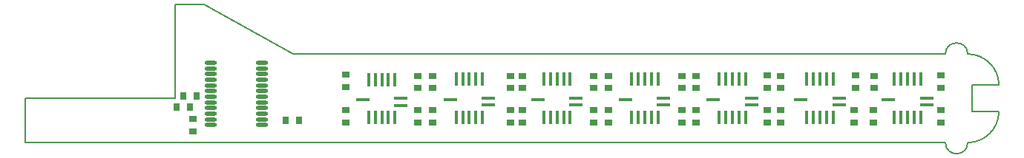
<source format=gtp>
%FSLAX23Y23*%
%MOIN*%
G70*
G01*
G75*
G04 Layer_Color=8421504*
%ADD10R,0.028X0.035*%
%ADD11R,0.063X0.016*%
%ADD12R,0.014X0.063*%
%ADD13O,0.055X0.018*%
%ADD14R,0.035X0.031*%
%ADD15C,0.015*%
%ADD16C,0.020*%
%ADD17C,0.007*%
%ADD18C,0.005*%
%ADD19C,0.059*%
%ADD20C,0.100*%
%ADD21R,0.059X0.059*%
%ADD22C,0.029*%
%ADD23R,0.039X0.020*%
%ADD24R,0.020X0.039*%
%ADD25R,0.035X0.028*%
%ADD26C,0.010*%
%ADD27C,0.024*%
%ADD28C,0.010*%
%ADD29C,0.008*%
D10*
X2395Y3900D02*
D03*
X2455D02*
D03*
X1995Y4010D02*
D03*
X1935D02*
D03*
X1965Y3960D02*
D03*
X1906D02*
D03*
D11*
X3530Y3993D02*
D03*
X3701Y3969D02*
D03*
Y4000D02*
D03*
X5276D02*
D03*
Y3969D02*
D03*
X5104Y3993D02*
D03*
X4711D02*
D03*
X4882Y3969D02*
D03*
Y4000D02*
D03*
X4488D02*
D03*
Y3969D02*
D03*
X4317Y3993D02*
D03*
X3307Y4000D02*
D03*
Y3969D02*
D03*
X3136Y3993D02*
D03*
X2742Y3993D02*
D03*
X2913Y3968D02*
D03*
Y3999D02*
D03*
X4094Y4000D02*
D03*
Y3969D02*
D03*
X3923Y3993D02*
D03*
D12*
X3556Y3914D02*
D03*
X3586D02*
D03*
X3615D02*
D03*
X3645D02*
D03*
X3674D02*
D03*
X3556Y4086D02*
D03*
X3586D02*
D03*
X3615D02*
D03*
X3645D02*
D03*
X3674D02*
D03*
X5249D02*
D03*
X5220D02*
D03*
X5190D02*
D03*
X5160D02*
D03*
X5131D02*
D03*
X5249Y3914D02*
D03*
X5220D02*
D03*
X5190D02*
D03*
X5160D02*
D03*
X5131D02*
D03*
X4737D02*
D03*
X4767D02*
D03*
X4796D02*
D03*
X4826D02*
D03*
X4855D02*
D03*
X4737Y4086D02*
D03*
X4767D02*
D03*
X4796D02*
D03*
X4826D02*
D03*
X4855D02*
D03*
X4462D02*
D03*
X4432D02*
D03*
X4403D02*
D03*
X4373D02*
D03*
X4344D02*
D03*
X4462Y3914D02*
D03*
X4432D02*
D03*
X4403D02*
D03*
X4373D02*
D03*
X4344D02*
D03*
X3281Y4086D02*
D03*
X3251D02*
D03*
X3221D02*
D03*
X3192D02*
D03*
X3162D02*
D03*
X3281Y3914D02*
D03*
X3251D02*
D03*
X3221D02*
D03*
X3192D02*
D03*
X3162D02*
D03*
X2769Y3914D02*
D03*
X2798D02*
D03*
X2828D02*
D03*
X2857D02*
D03*
X2887D02*
D03*
X2769Y4085D02*
D03*
X2798D02*
D03*
X2828D02*
D03*
X2857D02*
D03*
X2887D02*
D03*
X4068Y4086D02*
D03*
X4038D02*
D03*
X4009D02*
D03*
X3979D02*
D03*
X3950D02*
D03*
X4068Y3914D02*
D03*
X4038D02*
D03*
X4009D02*
D03*
X3979D02*
D03*
X3950D02*
D03*
D13*
X2059Y4161D02*
D03*
Y4135D02*
D03*
Y4110D02*
D03*
Y4084D02*
D03*
Y4058D02*
D03*
Y4033D02*
D03*
Y4007D02*
D03*
Y3982D02*
D03*
Y3956D02*
D03*
Y3930D02*
D03*
Y3905D02*
D03*
Y3879D02*
D03*
X2291Y4161D02*
D03*
Y4135D02*
D03*
Y4110D02*
D03*
Y4084D02*
D03*
Y4058D02*
D03*
Y4033D02*
D03*
Y4007D02*
D03*
Y3982D02*
D03*
Y3956D02*
D03*
Y3930D02*
D03*
Y3905D02*
D03*
Y3879D02*
D03*
D14*
X2665Y4108D02*
D03*
Y4052D02*
D03*
X3055Y4102D02*
D03*
Y4047D02*
D03*
X3461Y4102D02*
D03*
Y4047D02*
D03*
X3847Y4102D02*
D03*
Y4047D02*
D03*
X4238Y4102D02*
D03*
Y4047D02*
D03*
X4619Y4102D02*
D03*
Y4047D02*
D03*
X5040Y4102D02*
D03*
Y4047D02*
D03*
X2989Y4102D02*
D03*
Y4047D02*
D03*
X3405Y4102D02*
D03*
Y4047D02*
D03*
X3781Y4102D02*
D03*
Y4047D02*
D03*
X4177Y4102D02*
D03*
Y4047D02*
D03*
X4560Y4103D02*
D03*
Y4047D02*
D03*
X4955Y4103D02*
D03*
Y4047D02*
D03*
X5340Y4103D02*
D03*
Y4047D02*
D03*
X2665Y3892D02*
D03*
Y3948D02*
D03*
X3055Y3892D02*
D03*
Y3947D02*
D03*
X3461Y3892D02*
D03*
Y3947D02*
D03*
X3847Y3892D02*
D03*
Y3947D02*
D03*
X4238Y3892D02*
D03*
Y3947D02*
D03*
X4619Y3892D02*
D03*
Y3947D02*
D03*
X5035Y3892D02*
D03*
Y3948D02*
D03*
X2989Y3892D02*
D03*
Y3947D02*
D03*
X3405Y3892D02*
D03*
Y3947D02*
D03*
X3781Y3892D02*
D03*
Y3947D02*
D03*
X4177Y3892D02*
D03*
Y3947D02*
D03*
X4560Y3892D02*
D03*
Y3948D02*
D03*
X4950Y3892D02*
D03*
Y3948D02*
D03*
X5340Y3892D02*
D03*
Y3948D02*
D03*
X1980Y3908D02*
D03*
Y3852D02*
D03*
D18*
X5460Y4200D02*
G03*
X5360Y4200I-50J0D01*
G01*
X5600Y4060D02*
G03*
X5460Y4200I-140J0D01*
G01*
X5360Y3800D02*
G03*
X5460Y3800I50J0D01*
G01*
D02*
G03*
X5600Y3940I0J140D01*
G01*
X1900Y4000D02*
Y4425D01*
X2430Y4200D02*
X5360D01*
X5480Y4060D02*
X5600D01*
X1225Y4000D02*
X1900D01*
X2030Y4425D02*
X2430Y4200D01*
X5480Y3940D02*
X5600D01*
X1225Y3800D02*
Y4000D01*
X1900Y4425D02*
X2030D01*
X5480Y3940D02*
Y4060D01*
X1225Y3800D02*
X5360D01*
M02*

</source>
